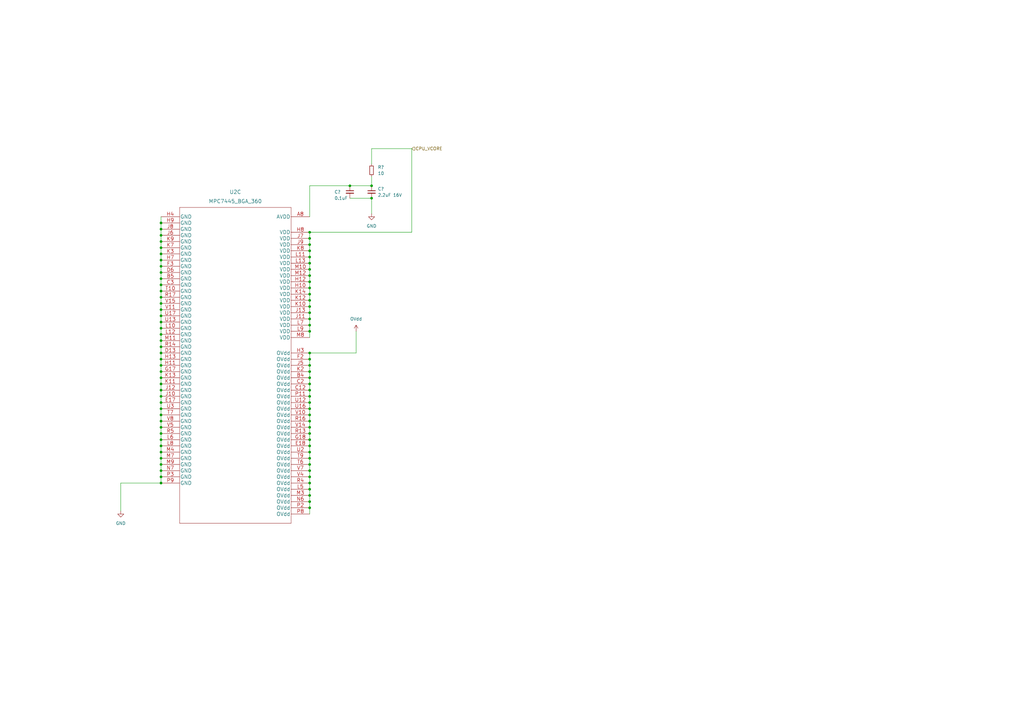
<source format=kicad_sch>
(kicad_sch (version 20211123) (generator eeschema)
  (paper "A3")
  (lib_symbols
    (symbol "Device:C_Small" (pin_numbers hide) (pin_names (offset 0.254) hide)
      (property "Reference" "C" (at 0.254 1.778 0))
      (property "Value" "C_Small" (at 0.254 -2.032 0))
      (symbol "C_Small_0_1"
        (polyline (pts (xy -1.524 -0.508) (xy 1.524 -0.508)) (stroke (width 0.3302)))
        (polyline (pts (xy -1.524 0.508) (xy 1.524 0.508)) (stroke (width 0.3048)))
      )
      (symbol "C_Small_1_1"
        (pin passive line (at 0 2.54 270) (length 2.032) (name "~") (number "1"))
        (pin passive line (at 0 -2.54 90) (length 2.032) (name "~") (number "2"))
      )
    )
    (symbol "Device:R_Small" (pin_numbers hide) (pin_names (offset 0.254) hide)
      (property "Reference" "R" (at 0.762 0.508 0))
      (property "Value" "R_Small" (at 0.762 -1.016 0))
      (symbol "R_Small_0_1"
        (rectangle (start -0.762 1.778) (end 0.762 -1.778) (stroke (width 0.2032)))
      )
      (symbol "R_Small_1_1"
        (pin passive line (at 0 2.54 270) (length 0.762) (name "~") (number "1"))
        (pin passive line (at 0 -2.54 90) (length 0.762) (name "~") (number "2"))
      )
    )
    (symbol "cust:MPC7445_BGA_360" (pin_names (offset 0.254))
      (property "Reference" "U" (at 34.29 11.43 0))
      (property "Value" "MPC7445_BGA_360" (at 34.29 8.89 0))
      (symbol "MPC7445_BGA_360_1_1"
        (polyline (pts (xy 7.62 -167.64) (xy 78.74 -167.64)) (stroke (width 0.127)))
        (polyline (pts (xy 7.62 5.08) (xy 7.62 -167.64)) (stroke (width 0.127)))
        (polyline (pts (xy 78.74 -167.64) (xy 78.74 5.08)) (stroke (width 0.127)))
        (polyline (pts (xy 78.74 5.08) (xy 7.62 5.08)) (stroke (width 0.127)))
        (pin input line (at 86.36 -3.81 180) (length 7.62) (name "SYSCLK") (number "A10"))
        (pin input line (at 86.36 -125.73 180) (length 7.62) (name "EXT_QUAL") (number "A11"))
        (pin input line (at 86.36 -132.08 180) (length 7.62) (name "TEST<0>") (number "A12"))
        (pin input line (at 86.36 -102.87 180) (length 7.62) (name "SRESET") (number "A2"))
        (pin input line (at 86.36 -85.09 180) (length 7.62) (name "CKSTP_IN") (number "A3"))
        (pin output line (at 86.36 -44.45 180) (length 7.62) (name "TDO") (number "A4"))
        (pin input line (at 86.36 -52.07 180) (length 7.62) (name "TRST") (number "A5"))
        (pin input line (at 86.36 -19.05 180) (length 7.62) (name "PLL_CFG<4>") (number "A7"))
        (pin output line (at 86.36 -113.03 180) (length 7.62) (name "PMON_OUT") (number "A9"))
        (pin output line (at 86.36 -87.63 180) (length 7.62) (name "CKSTP_OUT") (number "B1"))
        (pin input line (at 86.36 -137.16 180) (length 7.62) (name "TEST<2>") (number "B10"))
        (pin bidirectional line (at 0 -99.06 0) (length 7.62) (name "A<35>") (number "B11"))
        (pin bidirectional line (at 0 -91.44 0) (length 7.62) (name "A<32>") (number "B12"))
        (pin output line (at 0 -162.56 0) (length 7.62) (name "HIT") (number "B2"))
        (pin input line (at 86.36 -59.69 180) (length 7.62) (name "L2_TSTCLK") (number "B3"))
        (pin input line (at 86.36 -134.62 180) (length 7.62) (name "TEST<1>") (number "B6"))
        (pin input line (at 86.36 1.27 180) (length 7.62) (name "BVSEL") (number "B7"))
        (pin input line (at 86.36 -8.89 180) (length 7.62) (name "PLL_CFG<0>") (number "B8"))
        (pin input line (at 86.36 -41.91 180) (length 7.62) (name "TDI") (number "B9"))
        (pin bidirectional line (at 0 -105.41 0) (length 7.62) (name "AP<0>") (number "C1"))
        (pin bidirectional line (at 0 -30.48 0) (length 7.62) (name "A<8>") (number "C10"))
        (pin bidirectional line (at 0 -15.24 0) (length 7.62) (name "A<2>") (number "C11"))
        (pin bidirectional line (at 0 -93.98 0) (length 7.62) (name "A<33>") (number "C4"))
        (pin bidirectional line (at 0 -132.08 0) (length 7.62) (name "TT<4>") (number "C5"))
        (pin input line (at 86.36 -49.53 180) (length 7.62) (name "TCK") (number "C6"))
        (pin input line (at 86.36 -13.97 180) (length 7.62) (name "PLL_CFG<2>") (number "C7"))
        (pin input line (at 86.36 -11.43 180) (length 7.62) (name "PLL_CFG<1>") (number "C8"))
        (pin input line (at 86.36 -100.33 180) (length 7.62) (name "MCP") (number "C9"))
        (pin bidirectional line (at 0 -27.94 0) (length 7.62) (name "A<7>") (number "D1"))
        (pin input line (at 86.36 -142.24 180) (length 7.62) (name "TEST<4>") (number "D10"))
        (pin bidirectional line (at 0 -25.4 0) (length 7.62) (name "A<6>") (number "D11"))
        (pin bidirectional line (at 0 -35.56 0) (length 7.62) (name "A<10>") (number "D12"))
        (pin output line (at 0 1.27 0) (length 7.62) (name "BR") (number "D2"))
        (pin output line (at 0 -147.32 0) (length 7.62) (name "WT") (number "D3"))
        (pin input line (at 86.36 -95.25 180) (length 7.62) (name "INT") (number "D4"))
        (pin input line (at 86.36 -16.51 180) (length 7.62) (name "PLL_CFG<3>") (number "D7"))
        (pin input line (at 86.36 -105.41 180) (length 7.62) (name "HRESET") (number "D8"))
        (pin input line (at 86.36 -110.49 180) (length 7.62) (name "PMON_IN") (number "D9"))
        (pin input line (at 86.36 -77.47 180) (length 7.62) (name "TBEN") (number "E1"))
        (pin input line (at 86.36 -139.7 180) (length 7.62) (name "TEST<3>") (number "E10"))
        (pin bidirectional line (at 0 -10.16 0) (length 7.62) (name "A<0>") (number "E11"))
        (pin bidirectional line (at 0 -144.78 0) (length 7.62) (name "GBL") (number "E2"))
        (pin bidirectional line (at 0 -107.95 0) (length 7.62) (name "AP<1>") (number "E3"))
        (pin bidirectional line (at 0 -157.48 0) (length 7.62) (name "SHD<0>") (number "E4"))
        (pin bidirectional line (at 0 -121.92 0) (length 7.62) (name "TT<0>") (number "E5"))
        (pin bidirectional line (at 0 -124.46 0) (length 7.62) (name "TT<1>") (number "E6"))
        (pin output line (at 0 -142.24 0) (length 7.62) (name "TSIZ<2>") (number "E7"))
        (pin input line (at 86.36 -54.61 180) (length 7.62) (name "*LSSD_MODE") (number "E8"))
        (pin bidirectional line (at 0 -129.54 0) (length 7.62) (name "TT<3>") (number "E9"))
        (pin input line (at 86.36 -46.99 180) (length 7.62) (name "TMS") (number "F1"))
        (pin bidirectional line (at 0 -20.32 0) (length 7.62) (name "A<4>") (number "F10"))
        (pin output line (at 0 -134.62 0) (length 7.62) (name "*TBST") (number "F11"))
        (pin bidirectional line (at 0 -45.72 0) (length 7.62) (name "A<14>") (number "F4"))
        (pin bidirectional line (at 0 -113.03 0) (length 7.62) (name "AP<3>") (number "F5"))
        (pin bidirectional line (at 0 -127 0) (length 7.62) (name "TT<2>") (number "F6"))
        (pin output line (at 0 -139.7 0) (length 7.62) (name "TSIZ<1>") (number "F7"))
        (pin input line (at 86.36 -120.65 180) (length 7.62) (name "BMODE1") (number "F8"))
        (pin input line (at 86.36 -97.79 180) (length 7.62) (name "SMI") (number "F9"))
        (pin input line (at 86.36 -26.67 180) (length 7.62) (name "DTI<0>") (number "G1"))
        (pin bidirectional line (at 0 -96.52 0) (length 7.62) (name "A<34>") (number "G10"))
        (pin bidirectional line (at 0 -33.02 0) (length 7.62) (name "A<9>") (number "G2"))
        (pin bidirectional line (at 0 -17.78 0) (length 7.62) (name "A<3>") (number "G3"))
        (pin bidirectional line (at 0 -40.64 0) (length 7.62) (name "A<12>") (number "G4"))
        (pin input line (at 86.36 -82.55 180) (length 7.62) (name "QACK") (number "G5"))
        (pin output line (at 0 -137.16 0) (length 7.62) (name "TSIZ<0>") (number "G6"))
        (pin bidirectional line (at 0 -115.57 0) (length 7.62) (name "AP<4>") (number "G7"))
        (pin input line (at 86.36 -57.15 180) (length 7.62) (name "L1_TSTCLK") (number "G8"))
        (pin input line (at 86.36 -118.11 180) (length 7.62) (name "BMODE0") (number "G9"))
        (pin bidirectional line (at 0 -12.7 0) (length 7.62) (name "A<1>") (number "H1"))
        (pin output line (at 86.36 -6.35 180) (length 7.62) (name "CLK_OUT") (number "H2"))
        (pin bidirectional line (at 0 -160.02 0) (length 7.62) (name "SHD<1>") (number "H5"))
        (pin bidirectional line (at 0 -110.49 0) (length 7.62) (name "AP<2>") (number "H6"))
        (pin output line (at 0 -149.86 0) (length 7.62) (name "CI") (number "J1"))
        (pin bidirectional line (at 0 -60.96 0) (length 7.62) (name "A<20>") (number "J2"))
        (pin bidirectional line (at 0 -68.58 0) (length 7.62) (name "A<23>") (number "J3"))
        (pin bidirectional line (at 0 -50.8 0) (length 7.62) (name "A<16>") (number "J4"))
        (pin input line (at 86.36 -29.21 180) (length 7.62) (name "DTI<1>") (number "K1"))
        (pin bidirectional line (at 0 -63.5 0) (length 7.62) (name "A<21>") (number "K4"))
        (pin bidirectional line (at 0 -55.88 0) (length 7.62) (name "A<18>") (number "K5"))
        (pin input line (at 86.36 -67.31 180) (length 7.62) (name "TA") (number "K6"))
        (pin input line (at 86.36 -69.85 180) (length 7.62) (name "TEA") (number "L1"))
        (pin bidirectional line (at 0 -22.86 0) (length 7.62) (name "A<5>") (number "L2"))
        (pin bidirectional line (at 0 -38.1 0) (length 7.62) (name "A<11>") (number "L3"))
        (pin bidirectional line (at 0 -3.81 0) (length 7.62) (name "*TS") (number "L4"))
        (pin input line (at 0 -1.27 0) (length 7.62) (name "BG") (number "M1"))
        (pin input line (at 86.36 -21.59 180) (length 7.62) (name "DBG") (number "M2"))
        (pin bidirectional line (at 0 -71.12 0) (length 7.62) (name "A<24>") (number "M5"))
        (pin input line (at 86.36 -34.29 180) (length 7.62) (name "DTI<3>") (number "N1"))
        (pin bidirectional line (at 0 -154.94 0) (length 7.62) (name "ARTRY") (number "N2"))
        (pin bidirectional line (at 0 -76.2 0) (length 7.62) (name "A<26>") (number "N3"))
        (pin bidirectional line (at 0 -66.04 0) (length 7.62) (name "A<22>") (number "N4"))
        (pin bidirectional line (at 0 -86.36 0) (length 7.62) (name "A<30>") (number "N5"))
        (pin input line (at 86.36 -31.75 180) (length 7.62) (name "DTI<2>") (number "P1"))
        (pin output line (at 86.36 -80.01 180) (length 7.62) (name "QREQ") (number "P4"))
        (pin bidirectional line (at 0 -73.66 0) (length 7.62) (name "A<25>") (number "P5"))
        (pin input line (at 0 -152.4 0) (length 7.62) (name "AACK") (number "R1"))
        (pin bidirectional line (at 0 -53.34 0) (length 7.62) (name "A<17>") (number "R2"))
        (pin output line (at 86.36 -24.13 180) (length 7.62) (name "DRDY") (number "R3"))
        (pin bidirectional line (at 0 -78.74 0) (length 7.62) (name "A<27>") (number "T1"))
        (pin bidirectional line (at 0 -43.18 0) (length 7.62) (name "A<13>") (number "T2"))
        (pin bidirectional line (at 0 -83.82 0) (length 7.62) (name "A<29>") (number "U1"))
        (pin bidirectional line (at 0 -48.26 0) (length 7.62) (name "A<15>") (number "V1"))
        (pin bidirectional line (at 0 -81.28 0) (length 7.62) (name "A<28>") (number "V2"))
        (pin bidirectional line (at 0 -88.9 0) (length 7.62) (name "A<31>") (number "W1"))
        (pin bidirectional line (at 0 -58.42 0) (length 7.62) (name "A<19>") (number "W2"))
      )
      (symbol "MPC7445_BGA_360_2_1"
        (polyline (pts (xy 7.62 -167.64) (xy 63.5 -167.64)) (stroke (width 0.127)))
        (polyline (pts (xy 7.62 5.08) (xy 7.62 -167.64)) (stroke (width 0.127)))
        (polyline (pts (xy 63.5 -167.64) (xy 63.5 5.08)) (stroke (width 0.127)))
        (polyline (pts (xy 63.5 5.08) (xy 7.62 5.08)) (stroke (width 0.127)))
        (pin bidirectional line (at 71.12 -8.89 180) (length 7.62) (name "DP<4>") (number "M6"))
        (pin bidirectional line (at 0 -46.99 0) (length 7.62) (name "D<19>") (number "N10"))
        (pin bidirectional line (at 0 -44.45 0) (length 7.62) (name "D<18>") (number "N11"))
        (pin bidirectional line (at 71.12 -13.97 180) (length 7.62) (name "DP<6>") (number "N8"))
        (pin bidirectional line (at 0 -62.23 0) (length 7.62) (name "D<25>") (number "N9"))
        (pin bidirectional line (at 0 -64.77 0) (length 7.62) (name "D<26>") (number "P10"))
        (pin bidirectional line (at 0 -26.67 0) (length 7.62) (name "D<11>") (number "P13"))
        (pin bidirectional line (at 0 -16.51 0) (length 7.62) (name "D<7>") (number "P14"))
        (pin bidirectional line (at 0 -100.33 0) (length 7.62) (name "D<40>") (number "P17"))
        (pin bidirectional line (at 0 -151.13 0) (length 7.62) (name "D<60>") (number "P6"))
        (pin bidirectional line (at 0 -95.25 0) (length 7.62) (name "D<38>") (number "P7"))
        (pin bidirectional line (at 0 -59.69 0) (length 7.62) (name "D<24>") (number "R10"))
        (pin bidirectional line (at 0 -49.53 0) (length 7.62) (name "D<20>") (number "R11"))
        (pin bidirectional line (at 0 -34.29 0) (length 7.62) (name "D<14>") (number "R12"))
        (pin bidirectional line (at 0 1.27 0) (length 7.62) (name "D<0>") (number "R15"))
        (pin bidirectional line (at 0 -107.95 0) (length 7.62) (name "D<43>") (number "R18"))
        (pin bidirectional line (at 0 -102.87 0) (length 7.62) (name "D<41>") (number "R19"))
        (pin bidirectional line (at 0 -92.71 0) (length 7.62) (name "D<37>") (number "R6"))
        (pin bidirectional line (at 0 -148.59 0) (length 7.62) (name "D<59>") (number "R7"))
        (pin bidirectional line (at 0 -153.67 0) (length 7.62) (name "D<61>") (number "R8"))
        (pin bidirectional line (at 0 -69.85 0) (length 7.62) (name "D<28>") (number "R9"))
        (pin bidirectional line (at 0 -57.15 0) (length 7.62) (name "D<23>") (number "T11"))
        (pin bidirectional line (at 0 -36.83 0) (length 7.62) (name "D<15>") (number "T12"))
        (pin bidirectional line (at 0 -24.13 0) (length 7.62) (name "D<10>") (number "T13"))
        (pin bidirectional line (at 0 -3.81 0) (length 7.62) (name "D<2>") (number "T14"))
        (pin bidirectional line (at 0 -11.43 0) (length 7.62) (name "D<5>") (number "T15"))
        (pin bidirectional line (at 0 -128.27 0) (length 7.62) (name "D<51>") (number "T16"))
        (pin bidirectional line (at 0 -133.35 0) (length 7.62) (name "D<53>") (number "T17"))
        (pin bidirectional line (at 0 -130.81 0) (length 7.62) (name "D<52>") (number "T18"))
        (pin bidirectional line (at 0 -113.03 0) (length 7.62) (name "D<45>") (number "T19"))
        (pin bidirectional line (at 71.12 1.27 180) (length 7.62) (name "DP<0>") (number "T3"))
        (pin bidirectional line (at 71.12 -3.81 180) (length 7.62) (name "DP<2>") (number "T4"))
        (pin bidirectional line (at 0 -85.09 0) (length 7.62) (name "D<34>") (number "T5"))
        (pin bidirectional line (at 0 -158.75 0) (length 7.62) (name "D<63>") (number "T8"))
        (pin bidirectional line (at 0 -67.31 0) (length 7.62) (name "D<27>") (number "U10"))
        (pin bidirectional line (at 0 -52.07 0) (length 7.62) (name "D<21>") (number "U11"))
        (pin bidirectional line (at 0 -29.21 0) (length 7.62) (name "D<12>") (number "U14"))
        (pin bidirectional line (at 0 -13.97 0) (length 7.62) (name "D<6>") (number "U15"))
        (pin bidirectional line (at 0 -120.65 0) (length 7.62) (name "D<48>") (number "U18"))
        (pin bidirectional line (at 0 -115.57 0) (length 7.62) (name "D<46>") (number "U19"))
        (pin bidirectional line (at 0 -140.97 0) (length 7.62) (name "D<56>") (number "U4"))
        (pin bidirectional line (at 0 -87.63 0) (length 7.62) (name "D<35>") (number "U5"))
        (pin bidirectional line (at 0 -82.55 0) (length 7.62) (name "D<33>") (number "U6"))
        (pin bidirectional line (at 0 -146.05 0) (length 7.62) (name "D<58>") (number "U7"))
        (pin bidirectional line (at 0 -143.51 0) (length 7.62) (name "D<57>") (number "U8"))
        (pin bidirectional line (at 0 -74.93 0) (length 7.62) (name "D<30>") (number "U9"))
        (pin bidirectional line (at 0 -41.91 0) (length 7.62) (name "D<17>") (number "V12"))
        (pin bidirectional line (at 0 -19.05 0) (length 7.62) (name "D<8>") (number "V13"))
        (pin bidirectional line (at 0 -6.35 0) (length 7.62) (name "D<3>") (number "V16"))
        (pin bidirectional line (at 0 -138.43 0) (length 7.62) (name "D<55>") (number "V17"))
        (pin bidirectional line (at 0 -105.41 0) (length 7.62) (name "D<42>") (number "V18"))
        (pin bidirectional line (at 0 -110.49 0) (length 7.62) (name "D<44>") (number "V19"))
        (pin bidirectional line (at 71.12 -11.43 180) (length 7.62) (name "DP<5>") (number "V3"))
        (pin bidirectional line (at 0 -97.79 0) (length 7.62) (name "D<39>") (number "V6"))
        (pin bidirectional line (at 0 -77.47 0) (length 7.62) (name "D<31>") (number "V9"))
        (pin bidirectional line (at 0 -72.39 0) (length 7.62) (name "D<29>") (number "W10"))
        (pin bidirectional line (at 0 -54.61 0) (length 7.62) (name "D<22>") (number "W11"))
        (pin bidirectional line (at 0 -39.37 0) (length 7.62) (name "D<16>") (number "W12"))
        (pin bidirectional line (at 0 -21.59 0) (length 7.62) (name "D<9>") (number "W13"))
        (pin bidirectional line (at 0 -31.75 0) (length 7.62) (name "D<13>") (number "W14"))
        (pin bidirectional line (at 0 -1.27 0) (length 7.62) (name "D<1>") (number "W15"))
        (pin bidirectional line (at 0 -8.89 0) (length 7.62) (name "D<4>") (number "W16"))
        (pin bidirectional line (at 0 -123.19 0) (length 7.62) (name "D<49>") (number "W17"))
        (pin bidirectional line (at 0 -125.73 0) (length 7.62) (name "D<50>") (number "W18"))
        (pin bidirectional line (at 0 -118.11 0) (length 7.62) (name "D<47>") (number "W19"))
        (pin bidirectional line (at 0 -135.89 0) (length 7.62) (name "D<54>") (number "W3"))
        (pin bidirectional line (at 71.12 -1.27 180) (length 7.62) (name "DP<1>") (number "W4"))
        (pin bidirectional line (at 0 -80.01 0) (length 7.62) (name "D<32>") (number "W5"))
        (pin bidirectional line (at 71.12 -16.51 180) (length 7.62) (name "DP<7>") (number "W6"))
        (pin bidirectional line (at 0 -90.17 0) (length 7.62) (name "D<36>") (number "W7"))
        (pin bidirectional line (at 0 -156.21 0) (length 7.62) (name "D<62>") (number "W8"))
        (pin bidirectional line (at 71.12 -6.35 180) (length 7.62) (name "DP<3>") (number "W9"))
      )
      (symbol "MPC7445_BGA_360_3_1"
        (polyline (pts (xy 7.62 -124.46) (xy 53.34 -124.46)) (stroke (width 0.127)))
        (polyline (pts (xy 7.62 5.08) (xy 7.62 -124.46)) (stroke (width 0.127)))
        (polyline (pts (xy 53.34 -124.46) (xy 53.34 5.08)) (stroke (width 0.127)))
        (polyline (pts (xy 53.34 5.08) (xy 7.62 5.08)) (stroke (width 0.127)))
        (pin power_in line (at 60.96 1.27 180) (length 7.62) (name "AVDD") (number "A8"))
        (pin power_in line (at 60.96 -64.77 180) (length 7.62) (name "OVdd") (number "B4"))
        (pin power_in line (at 0 -24.13 0) (length 7.62) (name "GND") (number "B5"))
        (pin power_in line (at 60.96 -69.85 180) (length 7.62) (name "OVdd") (number "C12"))
        (pin power_in line (at 60.96 -67.31 180) (length 7.62) (name "OVdd") (number "C2"))
        (pin power_in line (at 0 -26.67 0) (length 7.62) (name "GND") (number "C3"))
        (pin power_in line (at 0 -54.61 0) (length 7.62) (name "GND") (number "D13"))
        (pin power_in line (at 0 -21.59 0) (length 7.62) (name "GND") (number "D6"))
        (pin power_in line (at 0 -74.93 0) (length 7.62) (name "GND") (number "E17"))
        (pin power_in line (at 60.96 -92.71 180) (length 7.62) (name "OVdd") (number "E18"))
        (pin power_in line (at 60.96 -57.15 180) (length 7.62) (name "OVdd") (number "F2"))
        (pin power_in line (at 0 -19.05 0) (length 7.62) (name "GND") (number "F3"))
        (pin power_in line (at 0 -62.23 0) (length 7.62) (name "GND") (number "G17"))
        (pin power_in line (at 60.96 -90.17 180) (length 7.62) (name "OVdd") (number "G18"))
        (pin power_in line (at 60.96 -27.94 180) (length 7.62) (name "VDD") (number "H10"))
        (pin power_in line (at 0 -59.69 0) (length 7.62) (name "GND") (number "H11"))
        (pin power_in line (at 60.96 -25.4 180) (length 7.62) (name "VDD") (number "H12"))
        (pin power_in line (at 0 -57.15 0) (length 7.62) (name "GND") (number "H13"))
        (pin power_in line (at 60.96 -54.61 180) (length 7.62) (name "OVdd") (number "H3"))
        (pin power_in line (at 0 1.27 0) (length 7.62) (name "GND") (number "H4"))
        (pin power_in line (at 0 -16.51 0) (length 7.62) (name "GND") (number "H7"))
        (pin power_in line (at 60.96 -5.08 180) (length 7.62) (name "VDD") (number "H8"))
        (pin power_in line (at 0 -1.27 0) (length 7.62) (name "GND") (number "H9"))
        (pin power_in line (at 0 -72.39 0) (length 7.62) (name "GND") (number "J10"))
        (pin power_in line (at 60.96 -40.64 180) (length 7.62) (name "VDD") (number "J11"))
        (pin power_in line (at 0 -69.85 0) (length 7.62) (name "GND") (number "J12"))
        (pin power_in line (at 60.96 -38.1 180) (length 7.62) (name "VDD") (number "J13"))
        (pin power_in line (at 60.96 -59.69 180) (length 7.62) (name "OVdd") (number "J5"))
        (pin power_in line (at 0 -6.35 0) (length 7.62) (name "GND") (number "J6"))
        (pin power_in line (at 60.96 -7.62 180) (length 7.62) (name "VDD") (number "J7"))
        (pin power_in line (at 0 -3.81 0) (length 7.62) (name "GND") (number "J8"))
        (pin power_in line (at 60.96 -10.16 180) (length 7.62) (name "VDD") (number "J9"))
        (pin power_in line (at 60.96 -35.56 180) (length 7.62) (name "VDD") (number "K10"))
        (pin power_in line (at 0 -67.31 0) (length 7.62) (name "GND") (number "K11"))
        (pin power_in line (at 60.96 -33.02 180) (length 7.62) (name "VDD") (number "K12"))
        (pin power_in line (at 0 -64.77 0) (length 7.62) (name "GND") (number "K13"))
        (pin power_in line (at 60.96 -30.48 180) (length 7.62) (name "VDD") (number "K14"))
        (pin power_in line (at 60.96 -62.23 180) (length 7.62) (name "OVdd") (number "K2"))
        (pin power_in line (at 0 -13.97 0) (length 7.62) (name "GND") (number "K3"))
        (pin power_in line (at 0 -11.43 0) (length 7.62) (name "GND") (number "K7"))
        (pin power_in line (at 60.96 -12.7 180) (length 7.62) (name "VDD") (number "K8"))
        (pin power_in line (at 0 -8.89 0) (length 7.62) (name "GND") (number "K9"))
        (pin power_in line (at 0 -44.45 0) (length 7.62) (name "GND") (number "L10"))
        (pin power_in line (at 60.96 -15.24 180) (length 7.62) (name "VDD") (number "L11"))
        (pin power_in line (at 0 -46.99 0) (length 7.62) (name "GND") (number "L12"))
        (pin power_in line (at 60.96 -17.78 180) (length 7.62) (name "VDD") (number "L13"))
        (pin power_in line (at 60.96 -110.49 180) (length 7.62) (name "OVdd") (number "L5"))
        (pin power_in line (at 0 -90.17 0) (length 7.62) (name "GND") (number "L6"))
        (pin power_in line (at 60.96 -43.18 180) (length 7.62) (name "VDD") (number "L7"))
        (pin power_in line (at 0 -92.71 0) (length 7.62) (name "GND") (number "L8"))
        (pin power_in line (at 60.96 -45.72 180) (length 7.62) (name "VDD") (number "L9"))
        (pin power_in line (at 60.96 -20.32 180) (length 7.62) (name "VDD") (number "M10"))
        (pin power_in line (at 0 -49.53 0) (length 7.62) (name "GND") (number "M11"))
        (pin power_in line (at 60.96 -22.86 180) (length 7.62) (name "VDD") (number "M12"))
        (pin power_in line (at 60.96 -113.03 180) (length 7.62) (name "OVdd") (number "M3"))
        (pin power_in line (at 0 -95.25 0) (length 7.62) (name "GND") (number "M4"))
        (pin power_in line (at 0 -97.79 0) (length 7.62) (name "GND") (number "M7"))
        (pin power_in line (at 60.96 -48.26 180) (length 7.62) (name "VDD") (number "M8"))
        (pin power_in line (at 0 -100.33 0) (length 7.62) (name "GND") (number "M9"))
        (pin power_in line (at 60.96 -115.57 180) (length 7.62) (name "OVdd") (number "N6"))
        (pin power_in line (at 0 -102.87 0) (length 7.62) (name "GND") (number "N7"))
        (pin power_in line (at 60.96 -72.39 180) (length 7.62) (name "OVdd") (number "P11"))
        (pin power_in line (at 60.96 -118.11 180) (length 7.62) (name "OVdd") (number "P2"))
        (pin power_in line (at 0 -105.41 0) (length 7.62) (name "GND") (number "P3"))
        (pin power_in line (at 60.96 -120.65 180) (length 7.62) (name "OVdd") (number "P8"))
        (pin power_in line (at 0 -107.95 0) (length 7.62) (name "GND") (number "P9"))
        (pin power_in line (at 60.96 -87.63 180) (length 7.62) (name "OVdd") (number "R13"))
        (pin power_in line (at 0 -52.07 0) (length 7.62) (name "GND") (number "R14"))
        (pin power_in line (at 60.96 -82.55 180) (length 7.62) (name "OVdd") (number "R16"))
        (pin power_in line (at 0 -31.75 0) (length 7.62) (name "GND") (number "R17"))
        (pin power_in line (at 60.96 -107.95 180) (length 7.62) (name "OVdd") (number "R4"))
        (pin power_in line (at 0 -87.63 0) (length 7.62) (name "GND") (number "R5"))
        (pin power_in line (at 0 -29.21 0) (length 7.62) (name "GND") (number "T10"))
        (pin power_in line (at 60.96 -100.33 180) (length 7.62) (name "OVdd") (number "T6"))
        (pin power_in line (at 0 -80.01 0) (length 7.62) (name "GND") (number "T7"))
        (pin power_in line (at 60.96 -97.79 180) (length 7.62) (name "OVdd") (number "T9"))
        (pin power_in line (at 60.96 -74.93 180) (length 7.62) (name "OVdd") (number "U12"))
        (pin power_in line (at 0 -41.91 0) (length 7.62) (name "GND") (number "U13"))
        (pin power_in line (at 60.96 -77.47 180) (length 7.62) (name "OVdd") (number "U16"))
        (pin power_in line (at 0 -39.37 0) (length 7.62) (name "GND") (number "U17"))
        (pin power_in line (at 60.96 -95.25 180) (length 7.62) (name "OVdd") (number "U2"))
        (pin power_in line (at 0 -77.47 0) (length 7.62) (name "GND") (number "U3"))
        (pin power_in line (at 60.96 -80.01 180) (length 7.62) (name "OVdd") (number "V10"))
        (pin power_in line (at 0 -36.83 0) (length 7.62) (name "GND") (number "V11"))
        (pin power_in line (at 60.96 -85.09 180) (length 7.62) (name "OVdd") (number "V14"))
        (pin power_in line (at 0 -34.29 0) (length 7.62) (name "GND") (number "V15"))
        (pin power_in line (at 60.96 -105.41 180) (length 7.62) (name "OVdd") (number "V4"))
        (pin power_in line (at 0 -85.09 0) (length 7.62) (name "GND") (number "V5"))
        (pin power_in line (at 60.96 -102.87 180) (length 7.62) (name "OVdd") (number "V7"))
        (pin power_in line (at 0 -82.55 0) (length 7.62) (name "GND") (number "V8"))
      )
      (symbol "MPC7445_BGA_360_4_1"
        (polyline (pts (xy 7.62 -151.13) (xy 53.34 -151.13)) (stroke (width 0.127)))
        (polyline (pts (xy 7.62 5.08) (xy 7.62 -151.13)) (stroke (width 0.127)))
        (polyline (pts (xy 53.34 -151.13) (xy 53.34 5.08)) (stroke (width 0.127)))
        (polyline (pts (xy 53.34 5.08) (xy 7.62 5.08)) (stroke (width 0.127)))
        (pin unspecified line (at 60.96 -83.82 180) (length 7.62) (name "NC") (number "A13"))
        (pin unspecified line (at 60.96 -81.28 180) (length 7.62) (name "NC") (number "A14"))
        (pin unspecified line (at 60.96 -78.74 180) (length 7.62) (name "NC") (number "A15"))
        (pin unspecified line (at 60.96 -76.2 180) (length 7.62) (name "NC") (number "A16"))
        (pin unspecified line (at 60.96 -73.66 180) (length 7.62) (name "NC") (number "A17"))
        (pin unspecified line (at 60.96 -71.12 180) (length 7.62) (name "NC") (number "A18"))
        (pin unspecified line (at 60.96 -68.58 180) (length 7.62) (name "NC") (number "A19"))
        (pin unspecified line (at 0 -139.7 0) (length 7.62) (name "NC") (number "A6"))
        (pin unspecified line (at 60.96 0 180) (length 7.62) (name "NC") (number "B13"))
        (pin unspecified line (at 60.96 -2.54 180) (length 7.62) (name "NC") (number "B14"))
        (pin unspecified line (at 0 -134.62 0) (length 7.62) (name "NC") (number "B15"))
        (pin unspecified line (at 60.96 -5.08 180) (length 7.62) (name "NC") (number "B16"))
        (pin unspecified line (at 60.96 -7.62 180) (length 7.62) (name "NC") (number "B17"))
        (pin unspecified line (at 60.96 -10.16 180) (length 7.62) (name "NC") (number "B18"))
        (pin unspecified line (at 60.96 -12.7 180) (length 7.62) (name "NC") (number "B19"))
        (pin unspecified line (at 60.96 -15.24 180) (length 7.62) (name "NC") (number "C13"))
        (pin unspecified line (at 60.96 -17.78 180) (length 7.62) (name "NC") (number "C14"))
        (pin unspecified line (at 60.96 -20.32 180) (length 7.62) (name "NC") (number "C15"))
        (pin unspecified line (at 60.96 -22.86 180) (length 7.62) (name "NC") (number "C16"))
        (pin unspecified line (at 60.96 -25.4 180) (length 7.62) (name "NC") (number "C17"))
        (pin unspecified line (at 60.96 -27.94 180) (length 7.62) (name "NC") (number "C18"))
        (pin unspecified line (at 60.96 -30.48 180) (length 7.62) (name "NC") (number "C19"))
        (pin unspecified line (at 60.96 -33.02 180) (length 7.62) (name "NC") (number "D14"))
        (pin unspecified line (at 60.96 -35.56 180) (length 7.62) (name "NC") (number "D15"))
        (pin unspecified line (at 60.96 -38.1 180) (length 7.62) (name "NC") (number "D16"))
        (pin unspecified line (at 60.96 -40.64 180) (length 7.62) (name "NC") (number "D17"))
        (pin unspecified line (at 60.96 -43.18 180) (length 7.62) (name "NC") (number "D18"))
        (pin unspecified line (at 60.96 -45.72 180) (length 7.62) (name "NC") (number "D19"))
        (pin unspecified line (at 60.96 -48.26 180) (length 7.62) (name "NC") (number "E12"))
        (pin unspecified line (at 60.96 -50.8 180) (length 7.62) (name "NC") (number "E13"))
        (pin unspecified line (at 60.96 -53.34 180) (length 7.62) (name "NC") (number "E14"))
        (pin unspecified line (at 60.96 -55.88 180) (length 7.62) (name "NC") (number "E15"))
        (pin unspecified line (at 60.96 -58.42 180) (length 7.62) (name "NC") (number "E16"))
        (pin unspecified line (at 0 -137.16 0) (length 7.62) (name "NC") (number "E19"))
        (pin unspecified line (at 60.96 -60.96 180) (length 7.62) (name "NC") (number "F12"))
        (pin unspecified line (at 60.96 -63.5 180) (length 7.62) (name "NC") (number "F13"))
        (pin unspecified line (at 60.96 -66.04 180) (length 7.62) (name "NC") (number "F14"))
        (pin unspecified line (at 0 -86.36 0) (length 7.62) (name "NC") (number "F15"))
        (pin unspecified line (at 0 -83.82 0) (length 7.62) (name "NC") (number "F16"))
        (pin unspecified line (at 0 -81.28 0) (length 7.62) (name "NC") (number "F17"))
        (pin unspecified line (at 0 -78.74 0) (length 7.62) (name "NC") (number "F18"))
        (pin unspecified line (at 0 -76.2 0) (length 7.62) (name "NC") (number "F19"))
        (pin unspecified line (at 0 -73.66 0) (length 7.62) (name "NC") (number "G11"))
        (pin unspecified line (at 0 -71.12 0) (length 7.62) (name "NC") (number "G12"))
        (pin unspecified line (at 0 -68.58 0) (length 7.62) (name "NC") (number "G13"))
        (pin unspecified line (at 0 -66.04 0) (length 7.62) (name "NC") (number "G14"))
        (pin unspecified line (at 0 -63.5 0) (length 7.62) (name "NC") (number "G15"))
        (pin unspecified line (at 0 -60.96 0) (length 7.62) (name "NC") (number "G16"))
        (pin unspecified line (at 0 -88.9 0) (length 7.62) (name "NC") (number "G19"))
        (pin unspecified line (at 0 -104.14 0) (length 7.62) (name "NC") (number "H14"))
        (pin unspecified line (at 0 -101.6 0) (length 7.62) (name "NC") (number "H15"))
        (pin unspecified line (at 0 -99.06 0) (length 7.62) (name "NC") (number "H16"))
        (pin unspecified line (at 0 -96.52 0) (length 7.62) (name "NC") (number "H17"))
        (pin unspecified line (at 0 -93.98 0) (length 7.62) (name "NC") (number "H18"))
        (pin unspecified line (at 0 -91.44 0) (length 7.62) (name "NC") (number "H19"))
        (pin unspecified line (at 0 -119.38 0) (length 7.62) (name "NC") (number "J14"))
        (pin unspecified line (at 0 -116.84 0) (length 7.62) (name "NC") (number "J15"))
        (pin unspecified line (at 0 -114.3 0) (length 7.62) (name "NC") (number "J16"))
        (pin unspecified line (at 0 -111.76 0) (length 7.62) (name "NC") (number "J17"))
        (pin unspecified line (at 0 -109.22 0) (length 7.62) (name "NC") (number "J18"))
        (pin unspecified line (at 0 -106.68 0) (length 7.62) (name "NC") (number "J19"))
        (pin unspecified line (at 0 -132.08 0) (length 7.62) (name "NC") (number "K15"))
        (pin unspecified line (at 0 -129.54 0) (length 7.62) (name "NC") (number "K16"))
        (pin unspecified line (at 0 -127 0) (length 7.62) (name "NC") (number "K17"))
        (pin unspecified line (at 0 -124.46 0) (length 7.62) (name "NC") (number "K18"))
        (pin unspecified line (at 0 -121.92 0) (length 7.62) (name "NC") (number "K19"))
        (pin unspecified line (at 0 0 0) (length 7.62) (name "NC") (number "L14"))
        (pin unspecified line (at 0 -58.42 0) (length 7.62) (name "NC") (number "L15"))
        (pin unspecified line (at 0 -2.54 0) (length 7.62) (name "NC") (number "L16"))
        (pin unspecified line (at 0 -5.08 0) (length 7.62) (name "NC") (number "L17"))
        (pin unspecified line (at 0 -7.62 0) (length 7.62) (name "NC") (number "L18"))
        (pin unspecified line (at 0 -10.16 0) (length 7.62) (name "NC") (number "L19"))
        (pin unspecified line (at 0 -12.7 0) (length 7.62) (name "NC") (number "M14"))
        (pin unspecified line (at 0 -15.24 0) (length 7.62) (name "NC") (number "M15"))
        (pin unspecified line (at 0 -17.78 0) (length 7.62) (name "NC") (number "M16"))
        (pin unspecified line (at 0 -20.32 0) (length 7.62) (name "NC") (number "M17"))
        (pin unspecified line (at 0 -22.86 0) (length 7.62) (name "NC") (number "M18"))
        (pin unspecified line (at 0 -25.4 0) (length 7.62) (name "NC") (number "M19"))
        (pin unspecified line (at 0 -27.94 0) (length 7.62) (name "NC") (number "N12"))
        (pin unspecified line (at 0 -30.48 0) (length 7.62) (name "NC") (number "N13"))
        (pin unspecified line (at 0 -33.02 0) (length 7.62) (name "NC") (number "N14"))
        (pin unspecified line (at 0 -35.56 0) (length 7.62) (name "NC") (number "N15"))
        (pin unspecified line (at 0 -38.1 0) (length 7.62) (name "NC") (number "N16"))
        (pin unspecified line (at 0 -40.64 0) (length 7.62) (name "NC") (number "N17"))
        (pin unspecified line (at 0 -43.18 0) (length 7.62) (name "NC") (number "N18"))
        (pin unspecified line (at 0 -45.72 0) (length 7.62) (name "NC") (number "N19"))
        (pin unspecified line (at 0 -48.26 0) (length 7.62) (name "NC") (number "P15"))
        (pin unspecified line (at 0 -50.8 0) (length 7.62) (name "NC") (number "P16"))
        (pin unspecified line (at 0 -53.34 0) (length 7.62) (name "NC") (number "P18"))
        (pin unspecified line (at 0 -55.88 0) (length 7.62) (name "NC") (number "P19"))
      )
    )
    (symbol "cust:OVdd" (power) (pin_names (offset 0))
      (property "Value" "OVdd" (at 0 3.81 0))
      (symbol "OVdd_0_1"
        (polyline (pts (xy -0.762 1.27) (xy 0 2.54)))
        (polyline (pts (xy 0 0) (xy 0 2.54)))
        (polyline (pts (xy 0 2.54) (xy 0.762 1.27)))
      )
      (symbol "OVdd_1_1"
        (pin power_in line (at 0 0 90) (length 0) hide (name "OVdd") (number "1"))
      )
    )
    (symbol "power:GND" (power) (pin_names (offset 0))
      (property "Value" "GND" (at 0 -3.81 0))
      (symbol "GND_0_1"
        (polyline (pts (xy 0 0) (xy 0 -1.27) (xy 1.27 -1.27) (xy 0 -2.54) (xy -1.27 -1.27) (xy 0 -1.27)))
      )
      (symbol "GND_1_1"
        (pin power_in line (at 0 0 270) (length 0) hide (name "GND") (number "1"))
      )
    )
  )
  (junction (at 66.04 116.84))
  (junction (at 127 172.72))
  (junction (at 66.04 101.6))
  (junction (at 66.04 170.18))
  (junction (at 66.04 193.04))
  (junction (at 66.04 187.96))
  (junction (at 66.04 147.32))
  (junction (at 127 162.56))
  (junction (at 66.04 111.76))
  (junction (at 127 144.78))
  (junction (at 127 95.25))
  (junction (at 66.04 144.78))
  (junction (at 127 160.02))
  (junction (at 66.04 96.52))
  (junction (at 66.04 119.38))
  (junction (at 66.04 162.56))
  (junction (at 127 182.88))
  (junction (at 127 198.12))
  (junction (at 127 185.42))
  (junction (at 127 100.33))
  (junction (at 127 105.41))
  (junction (at 127 149.86))
  (junction (at 66.04 185.42))
  (junction (at 152.4 81.28))
  (junction (at 127 170.18))
  (junction (at 66.04 160.02))
  (junction (at 127 193.04))
  (junction (at 66.04 109.22))
  (junction (at 66.04 177.8))
  (junction (at 66.04 154.94))
  (junction (at 127 125.73))
  (junction (at 66.04 99.06))
  (junction (at 127 157.48))
  (junction (at 127 195.58))
  (junction (at 127 130.81))
  (junction (at 127 187.96))
  (junction (at 66.04 114.3))
  (junction (at 127 110.49))
  (junction (at 127 128.27))
  (junction (at 127 102.87))
  (junction (at 66.04 182.88))
  (junction (at 66.04 157.48))
  (junction (at 66.04 167.64))
  (junction (at 66.04 124.46))
  (junction (at 66.04 190.5))
  (junction (at 66.04 165.1))
  (junction (at 127 177.8))
  (junction (at 66.04 149.86))
  (junction (at 127 113.03))
  (junction (at 66.04 104.14))
  (junction (at 127 200.66))
  (junction (at 66.04 132.08))
  (junction (at 66.04 180.34))
  (junction (at 127 115.57))
  (junction (at 127 107.95))
  (junction (at 66.04 172.72))
  (junction (at 127 152.4))
  (junction (at 66.04 137.16))
  (junction (at 127 175.26))
  (junction (at 66.04 106.68))
  (junction (at 66.04 195.58))
  (junction (at 127 203.2))
  (junction (at 143.51 76.2))
  (junction (at 66.04 175.26))
  (junction (at 66.04 198.12))
  (junction (at 66.04 93.98))
  (junction (at 66.04 129.54))
  (junction (at 127 133.35))
  (junction (at 127 118.11))
  (junction (at 66.04 134.62))
  (junction (at 127 180.34))
  (junction (at 127 147.32))
  (junction (at 127 190.5))
  (junction (at 66.04 152.4))
  (junction (at 127 135.89))
  (junction (at 127 167.64))
  (junction (at 127 97.79))
  (junction (at 66.04 121.92))
  (junction (at 127 208.28))
  (junction (at 127 205.74))
  (junction (at 127 154.94))
  (junction (at 66.04 139.7))
  (junction (at 127 165.1))
  (junction (at 66.04 142.24))
  (junction (at 127 120.65))
  (junction (at 66.04 127))
  (junction (at 66.04 91.44))
  (junction (at 152.4 76.2))
  (junction (at 127 123.19))
  (wire (pts (xy 127 157.48) (xy 127 160.02)))
  (wire (pts (xy 127 175.26) (xy 127 177.8)))
  (wire (pts (xy 127 102.87) (xy 127 105.41)))
  (wire (pts (xy 66.04 170.18) (xy 66.04 172.72)))
  (wire (pts (xy 66.04 167.64) (xy 66.04 170.18)))
  (wire (pts (xy 127 123.19) (xy 127 125.73)))
  (wire (pts (xy 152.4 72.39) (xy 152.4 76.2)))
  (wire (pts (xy 66.04 111.76) (xy 66.04 114.3)))
  (wire (pts (xy 127 180.34) (xy 127 182.88)))
  (wire (pts (xy 66.04 93.98) (xy 66.04 96.52)))
  (wire (pts (xy 127 135.89) (xy 127 138.43)))
  (wire (pts (xy 127 187.96) (xy 127 190.5)))
  (wire (pts (xy 127 100.33) (xy 127 102.87)))
  (wire (pts (xy 66.04 119.38) (xy 66.04 121.92)))
  (wire (pts (xy 66.04 147.32) (xy 66.04 149.86)))
  (wire (pts (xy 127 95.25) (xy 127 97.79)))
  (wire (pts (xy 127 200.66) (xy 127 203.2)))
  (wire (pts (xy 66.04 139.7) (xy 66.04 142.24)))
  (wire (pts (xy 66.04 101.6) (xy 66.04 104.14)))
  (wire (pts (xy 66.04 88.9) (xy 66.04 91.44)))
  (wire (pts (xy 66.04 144.78) (xy 66.04 147.32)))
  (wire (pts (xy 49.53 198.12) (xy 66.04 198.12)))
  (wire (pts (xy 127 110.49) (xy 127 113.03)))
  (wire (pts (xy 66.04 127) (xy 66.04 129.54)))
  (wire (pts (xy 127 208.28) (xy 127 210.82)))
  (wire (pts (xy 66.04 182.88) (xy 66.04 185.42)))
  (wire (pts (xy 127 205.74) (xy 127 208.28)))
  (wire (pts (xy 127 133.35) (xy 127 135.89)))
  (wire (pts (xy 127 182.88) (xy 127 185.42)))
  (wire (pts (xy 127 118.11) (xy 127 120.65)))
  (wire (pts (xy 127 107.95) (xy 127 110.49)))
  (wire (pts (xy 127 113.03) (xy 127 115.57)))
  (wire (pts (xy 66.04 175.26) (xy 66.04 177.8)))
  (wire (pts (xy 168.91 60.96) (xy 168.91 95.25)))
  (wire (pts (xy 49.53 209.55) (xy 49.53 198.12)))
  (wire (pts (xy 66.04 180.34) (xy 66.04 182.88)))
  (wire (pts (xy 127 195.58) (xy 127 198.12)))
  (wire (pts (xy 66.04 124.46) (xy 66.04 127)))
  (wire (pts (xy 127 149.86) (xy 127 152.4)))
  (wire (pts (xy 127 128.27) (xy 127 130.81)))
  (wire (pts (xy 66.04 185.42) (xy 66.04 187.96)))
  (wire (pts (xy 66.04 160.02) (xy 66.04 162.56)))
  (wire (pts (xy 143.51 76.2) (xy 152.4 76.2)))
  (wire (pts (xy 66.04 99.06) (xy 66.04 101.6)))
  (wire (pts (xy 66.04 134.62) (xy 66.04 137.16)))
  (wire (pts (xy 127 152.4) (xy 127 154.94)))
  (wire (pts (xy 127 144.78) (xy 127 147.32)))
  (wire (pts (xy 127 76.2) (xy 127 88.9)))
  (wire (pts (xy 66.04 132.08) (xy 66.04 134.62)))
  (wire (pts (xy 66.04 116.84) (xy 66.04 119.38)))
  (wire (pts (xy 66.04 177.8) (xy 66.04 180.34)))
  (wire (pts (xy 66.04 106.68) (xy 66.04 109.22)))
  (wire (pts (xy 143.51 76.2) (xy 127 76.2)))
  (wire (pts (xy 127 198.12) (xy 127 200.66)))
  (wire (pts (xy 127 185.42) (xy 127 187.96)))
  (wire (pts (xy 66.04 96.52) (xy 66.04 99.06)))
  (wire (pts (xy 66.04 149.86) (xy 66.04 152.4)))
  (wire (pts (xy 143.51 81.28) (xy 152.4 81.28)))
  (wire (pts (xy 127 203.2) (xy 127 205.74)))
  (wire (pts (xy 66.04 109.22) (xy 66.04 111.76)))
  (wire (pts (xy 127 125.73) (xy 127 128.27)))
  (wire (pts (xy 127 177.8) (xy 127 180.34)))
  (wire (pts (xy 66.04 162.56) (xy 66.04 165.1)))
  (wire (pts (xy 66.04 195.58) (xy 66.04 198.12)))
  (wire (pts (xy 66.04 137.16) (xy 66.04 139.7)))
  (wire (pts (xy 127 115.57) (xy 127 118.11)))
  (wire (pts (xy 66.04 172.72) (xy 66.04 175.26)))
  (wire (pts (xy 127 172.72) (xy 127 175.26)))
  (wire (pts (xy 127 97.79) (xy 127 100.33)))
  (wire (pts (xy 127 167.64) (xy 127 170.18)))
  (wire (pts (xy 127 162.56) (xy 127 165.1)))
  (wire (pts (xy 127 144.78) (xy 146.05 144.78)))
  (wire (pts (xy 127 154.94) (xy 127 157.48)))
  (wire (pts (xy 168.91 60.96) (xy 152.4 60.96)))
  (wire (pts (xy 127 95.25) (xy 168.91 95.25)))
  (wire (pts (xy 127 147.32) (xy 127 149.86)))
  (wire (pts (xy 66.04 104.14) (xy 66.04 106.68)))
  (wire (pts (xy 66.04 121.92) (xy 66.04 124.46)))
  (wire (pts (xy 66.04 157.48) (xy 66.04 160.02)))
  (wire (pts (xy 66.04 154.94) (xy 66.04 157.48)))
  (wire (pts (xy 66.04 187.96) (xy 66.04 190.5)))
  (wire (pts (xy 127 193.04) (xy 127 195.58)))
  (wire (pts (xy 127 160.02) (xy 127 162.56)))
  (wire (pts (xy 66.04 129.54) (xy 66.04 132.08)))
  (wire (pts (xy 127 170.18) (xy 127 172.72)))
  (wire (pts (xy 152.4 81.28) (xy 152.4 87.63)))
  (wire (pts (xy 146.05 135.89) (xy 146.05 144.78)))
  (wire (pts (xy 66.04 91.44) (xy 66.04 93.98)))
  (wire (pts (xy 127 190.5) (xy 127 193.04)))
  (wire (pts (xy 66.04 152.4) (xy 66.04 154.94)))
  (wire (pts (xy 127 105.41) (xy 127 107.95)))
  (wire (pts (xy 66.04 165.1) (xy 66.04 167.64)))
  (wire (pts (xy 127 130.81) (xy 127 133.35)))
  (wire (pts (xy 152.4 60.96) (xy 152.4 67.31)))
  (wire (pts (xy 127 120.65) (xy 127 123.19)))
  (wire (pts (xy 66.04 142.24) (xy 66.04 144.78)))
  (wire (pts (xy 66.04 190.5) (xy 66.04 193.04)))
  (wire (pts (xy 127 165.1) (xy 127 167.64)))
  (wire (pts (xy 66.04 114.3) (xy 66.04 116.84)))
  (wire (pts (xy 66.04 193.04) (xy 66.04 195.58)))
  (hierarchical_label "CPU_VCORE" (shape input) (at 168.91 60.96 0))
  (symbol (lib_id "power:GND") (at 49.53 209.55 0) (unit 1)
    (property "Reference" "#PWR?" (effects hide))
    (property "Value" "GND" (at 49.53 214.63 0))
  )
  (symbol (lib_id "power:GND") (at 152.4 87.63 0) (unit 1)
    (property "Reference" "#PWR?" (effects hide))
    (property "Value" "GND" (at 152.4 92.71 0))
  )
  (symbol (lib_id "Device:R_Small") (at 152.4 69.85 0) (unit 1)
    (property "Reference" "R?" (at 154.94 68.5799 0) (effects (justify left)))
    (property "Value" "10" (at 154.94 71.1199 0) (effects (justify left)))
    (property "Footprint" "Resistor_SMD:R_0603_1608Metric" (effects hide))
  )
  (symbol (lib_id "Device:C_Small") (at 152.4 78.74 0) (unit 1)
    (property "Reference" "C?" (at 154.94 77.4762 0) (effects (justify left)))
    (property "Value" "2.2uF 16V" (at 154.94 80.0162 0) (effects (justify left)))
    (property "Footprint" "Capacitor_SMD:C_0805_2012Metric" (effects hide))
  )
  (symbol (lib_id "cust:MPC7445_BGA_360") (at 66.04 90.17 0) (unit 3)
    (property "Reference" "U2" (at 96.52 78.74 0) (effects (font (size 1.524 1.524))))
    (property "Value" "MPC7445_BGA_360" (at 96.52 82.55 0) (effects (font (size 1.524 1.524))))
    (property "Footprint" "cust:MPC7445_BGA_360" (effects hide))
  )
  (symbol (lib_id "Device:C_Small") (at 143.51 78.74 0) (unit 1)
    (property "Reference" "C?" (at 137.16 78.74 0) (effects (justify left)))
    (property "Value" "0.1uF" (at 137.16 81.28 0) (effects (justify left)))
    (property "Footprint" "Capacitor_SMD:C_0603_1608Metric" (effects hide))
  )
  (symbol (lib_id "cust:OVdd") (at 146.05 135.89 0) (unit 1)
    (property "Reference" "#PWR?" (effects hide))
    (property "Value" "OVdd" (at 146.05 130.81 0))
  )
)
</source>
